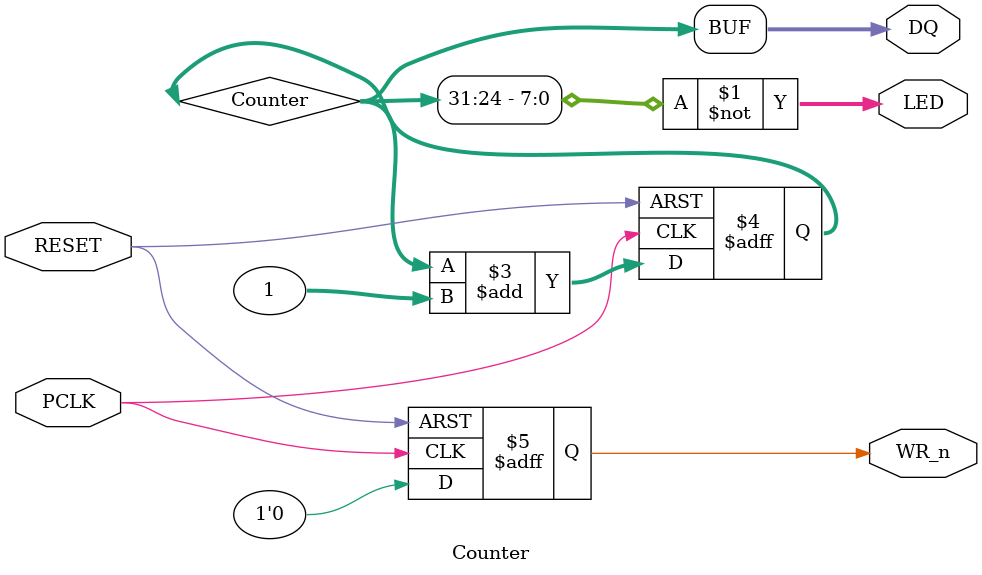
<source format=v>
`timescale 1ns / 1ps

module Counter(
    input PCLK,
    input RESET,
    output reg WR_n,
    output [31:0] DQ,
    output [7:0] LED
    );

reg [31:0] Counter;

assign LED = ~Counter[31:24];
assign DQ = Counter;

always @ (negedge PCLK or posedge RESET) begin
	if (RESET) begin
		WR_n <= 1;		// Disable writes
		Counter <= 0;
	end
	else begin
		WR_n <= 0;
		Counter <= Counter + 1;
		
	end
end

endmodule

</source>
